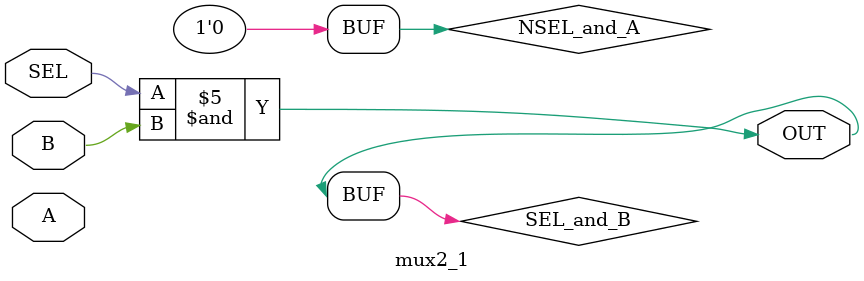
<source format=v>
module mux2_1(A,B,SEL,OUT);

	input A,B,SEL;
	output OUT;
	wire NA = !A, NB = !B, NSEL = !NSEL;
	wire NSEL_and_A, SEL_and_B;
	and(NSEL_and_A, NSEL, A);
	and(SEL_and_B,SEL,B);
	or(OUT,NSEL_and_A,SEL_and_B);
	
	
endmodule 
</source>
